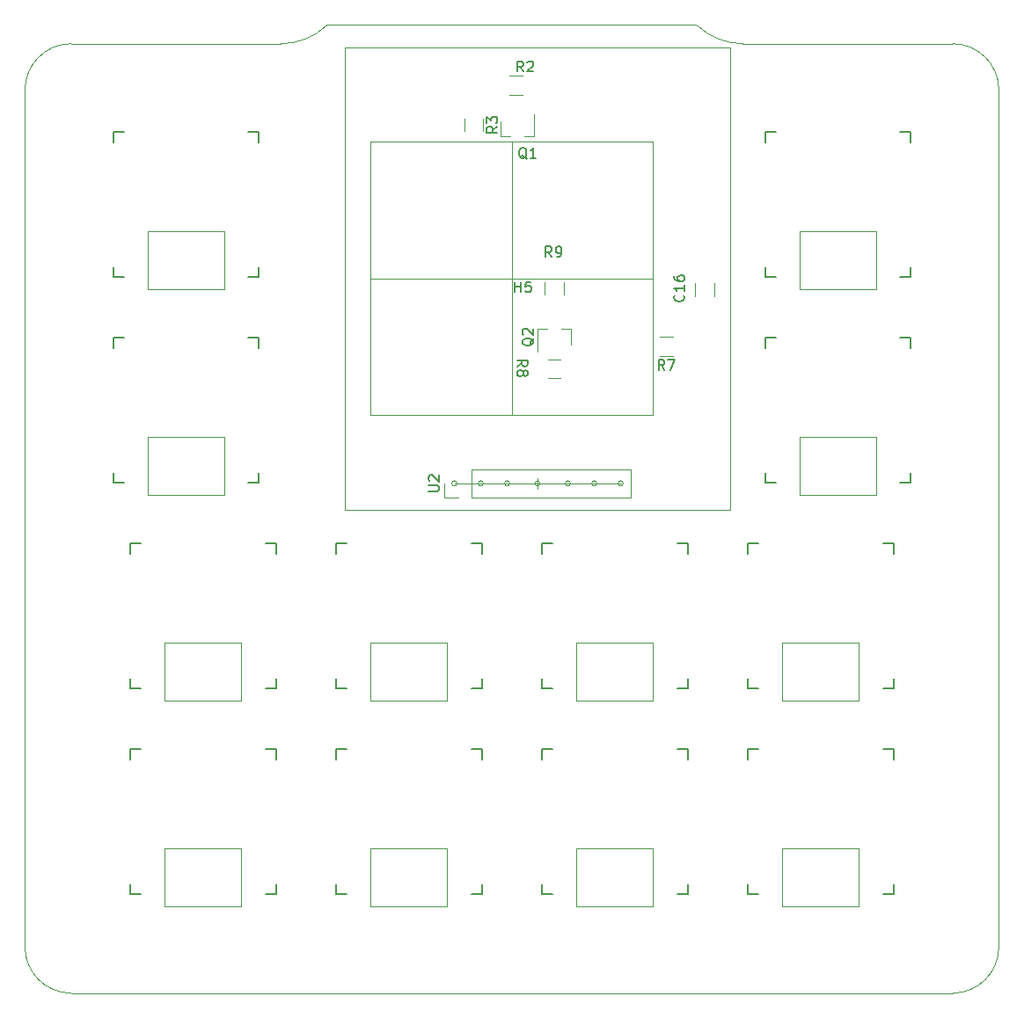
<source format=gbr>
G04 #@! TF.GenerationSoftware,KiCad,Pcbnew,(5.1.5)-3*
G04 #@! TF.CreationDate,2020-06-30T23:50:15-07:00*
G04 #@! TF.ProjectId,keypadV2,6b657970-6164-4563-922e-6b696361645f,rev?*
G04 #@! TF.SameCoordinates,Original*
G04 #@! TF.FileFunction,Legend,Top*
G04 #@! TF.FilePolarity,Positive*
%FSLAX46Y46*%
G04 Gerber Fmt 4.6, Leading zero omitted, Abs format (unit mm)*
G04 Created by KiCad (PCBNEW (5.1.5)-3) date 2020-06-30 23:50:15*
%MOMM*%
%LPD*%
G04 APERTURE LIST*
%ADD10C,0.050000*%
%ADD11C,0.120000*%
%ADD12C,0.150000*%
G04 APERTURE END LIST*
D10*
X154178000Y-69024500D02*
X154178000Y-63436500D01*
X146812000Y-69024500D02*
X154178000Y-69024500D01*
X154178000Y-63436500D02*
X146812000Y-63436500D01*
X146812000Y-63436500D02*
X146812000Y-69024500D01*
X154178000Y-88836500D02*
X154178000Y-83248500D01*
X146812000Y-88836500D02*
X154178000Y-88836500D01*
X154178000Y-83248500D02*
X146812000Y-83248500D01*
X146812000Y-83248500D02*
X146812000Y-88836500D01*
X155829000Y-108648500D02*
X155829000Y-103060500D01*
X148463000Y-108648500D02*
X155829000Y-108648500D01*
X155829000Y-103060500D02*
X148463000Y-103060500D01*
X148463000Y-103060500D02*
X148463000Y-108648500D01*
X155829000Y-128460500D02*
X155829000Y-122872500D01*
X148463000Y-128460500D02*
X155829000Y-128460500D01*
X155829000Y-122872500D02*
X148463000Y-122872500D01*
X148463000Y-122872500D02*
X148463000Y-128460500D01*
X175641000Y-128460500D02*
X175641000Y-122872500D01*
X168275000Y-128460500D02*
X175641000Y-128460500D01*
X175641000Y-122872500D02*
X168275000Y-122872500D01*
X168275000Y-122872500D02*
X168275000Y-128460500D01*
X175641000Y-108648500D02*
X175641000Y-103060500D01*
X168275000Y-108648500D02*
X175641000Y-108648500D01*
X175641000Y-103060500D02*
X168275000Y-103060500D01*
X168275000Y-103060500D02*
X168275000Y-108648500D01*
X195453000Y-108648500D02*
X195453000Y-103060500D01*
X188087000Y-108648500D02*
X195453000Y-108648500D01*
X195453000Y-103060500D02*
X188087000Y-103060500D01*
X188087000Y-103060500D02*
X188087000Y-108648500D01*
X195453000Y-128460500D02*
X195453000Y-122872500D01*
X188087000Y-128460500D02*
X195453000Y-128460500D01*
X195453000Y-122872500D02*
X188087000Y-122872500D01*
X188087000Y-122872500D02*
X188087000Y-128460500D01*
X215265000Y-128460500D02*
X215265000Y-122872500D01*
X207899000Y-128460500D02*
X215265000Y-128460500D01*
X215265000Y-122872500D02*
X207899000Y-122872500D01*
X207899000Y-122872500D02*
X207899000Y-128460500D01*
X215265000Y-108648500D02*
X215265000Y-103060500D01*
X207899000Y-108648500D02*
X215265000Y-108648500D01*
X215265000Y-103060500D02*
X207899000Y-103060500D01*
X207899000Y-103060500D02*
X207899000Y-108648500D01*
X216916000Y-83248500D02*
X209550000Y-83248500D01*
X209550000Y-88836500D02*
X216916000Y-88836500D01*
X216916000Y-88836500D02*
X216916000Y-83248500D01*
X209550000Y-83248500D02*
X209550000Y-88836500D01*
X216916000Y-69024500D02*
X216916000Y-63436500D01*
X209550000Y-69024500D02*
X216916000Y-69024500D01*
X209550000Y-63436500D02*
X209550000Y-69024500D01*
X216916000Y-63436500D02*
X209550000Y-63436500D01*
X224282000Y-45402500D02*
X204089000Y-45402500D01*
X199459533Y-43557442D02*
X164268467Y-43557442D01*
X199728941Y-43669034D02*
G75*
G03X204089000Y-45402500I4360059J4616534D01*
G01*
X199728941Y-43669034D02*
G75*
G03X199459533Y-43557442I-269408J-269408D01*
G01*
X163999059Y-43669034D02*
G75*
G02X164268467Y-43557442I269408J-269408D01*
G01*
X163999059Y-43669034D02*
G75*
G02X159639000Y-45402500I-4360059J4616534D01*
G01*
X139446000Y-45402500D02*
X159639000Y-45402500D01*
X135001000Y-49847500D02*
X135001000Y-132397500D01*
X224282000Y-136842500D02*
X139446000Y-136842500D01*
X228727000Y-49847500D02*
X228727000Y-132397500D01*
D11*
X135001000Y-49847500D02*
G75*
G02X139446000Y-45402500I4445000J0D01*
G01*
X224282000Y-45402500D02*
G75*
G02X228727000Y-49847500I0J-4445000D01*
G01*
X228727000Y-132397500D02*
G75*
G02X224282000Y-136842500I-4445000J0D01*
G01*
X139446000Y-136842500D02*
G75*
G02X135001000Y-132397500I0J4445000D01*
G01*
X195453000Y-54825900D02*
X168275000Y-54825900D01*
X195453000Y-81191100D02*
X168275000Y-81191100D01*
X181864000Y-81191100D02*
X181864000Y-54825900D01*
X168275000Y-81191100D02*
X168275000Y-54825900D01*
X192582800Y-87757000D02*
G75*
G03X192582800Y-87757000I-254000J0D01*
G01*
X165785800Y-90258900D02*
X165785800Y-45758100D01*
X202869800Y-90258900D02*
X165785800Y-90258900D01*
X176580800Y-87757000D02*
G75*
G03X176580800Y-87757000I-254000J0D01*
G01*
X202869800Y-90258900D02*
X202869800Y-45758100D01*
X202869800Y-45758100D02*
X165785800Y-45758100D01*
X195453000Y-81191100D02*
X195453000Y-54825900D01*
X184327800Y-90258900D02*
X184124600Y-90258900D01*
X195453000Y-68008500D02*
X168275000Y-68008500D01*
X176326800Y-87757000D02*
X178866800Y-87757000D01*
X192328800Y-87757000D02*
X189788800Y-87757000D01*
X190042800Y-87757000D02*
G75*
G03X190042800Y-87757000I-254000J0D01*
G01*
X179120800Y-87757000D02*
G75*
G03X179120800Y-87757000I-254000J0D01*
G01*
X181406800Y-87757000D02*
X178866800Y-87757000D01*
X187248800Y-87757000D02*
X189788800Y-87757000D01*
X184708800Y-87757000D02*
X187248800Y-87757000D01*
X181406800Y-87757000D02*
X183946800Y-87757000D01*
X181660800Y-87757000D02*
G75*
G03X181660800Y-87757000I-254000J0D01*
G01*
X187502800Y-87757000D02*
G75*
G03X187502800Y-87757000I-254000J0D01*
G01*
X184581800Y-87757000D02*
G75*
G03X184581800Y-87757000I-254000J0D01*
G01*
X184327800Y-87757000D02*
X184327800Y-87236300D01*
X184327800Y-87757000D02*
X184327800Y-88277700D01*
X184327800Y-87757000D02*
X184848500Y-87757000D01*
X184327800Y-87757000D02*
X183807100Y-87757000D01*
X199496000Y-69690064D02*
X199496000Y-68485936D01*
X201316000Y-69690064D02*
X201316000Y-68485936D01*
X180792000Y-54354000D02*
X181722000Y-54354000D01*
X183952000Y-54354000D02*
X183022000Y-54354000D01*
X183952000Y-54354000D02*
X183952000Y-52194000D01*
X180792000Y-54354000D02*
X180792000Y-52894000D01*
X182847064Y-50313000D02*
X181642936Y-50313000D01*
X182847064Y-48493000D02*
X181642936Y-48493000D01*
X177271000Y-52610936D02*
X177271000Y-53815064D01*
X179091000Y-52610936D02*
X179091000Y-53815064D01*
X175390500Y-89087000D02*
X175390500Y-87757000D01*
X176720500Y-89087000D02*
X175390500Y-89087000D01*
X177990500Y-89087000D02*
X177990500Y-86427000D01*
X177990500Y-86427000D02*
X193290500Y-86427000D01*
X177990500Y-89087000D02*
X193290500Y-89087000D01*
X193290500Y-89087000D02*
X193290500Y-86427000D01*
D12*
X143495000Y-54896500D02*
X143495000Y-53896500D01*
X143495000Y-67896500D02*
X144495000Y-67896500D01*
X144495000Y-53896500D02*
X143495000Y-53896500D01*
X143495000Y-67896500D02*
X143495000Y-66896500D01*
X157495000Y-66896500D02*
X157495000Y-67896500D01*
X157495000Y-53896500D02*
X156495000Y-53896500D01*
X156495000Y-67896500D02*
X157495000Y-67896500D01*
X157495000Y-53896500D02*
X157495000Y-54896500D01*
X157495000Y-73708500D02*
X157495000Y-74708500D01*
X156495000Y-87708500D02*
X157495000Y-87708500D01*
X157495000Y-73708500D02*
X156495000Y-73708500D01*
X157495000Y-86708500D02*
X157495000Y-87708500D01*
X143495000Y-87708500D02*
X143495000Y-86708500D01*
X144495000Y-73708500D02*
X143495000Y-73708500D01*
X143495000Y-87708500D02*
X144495000Y-87708500D01*
X143495000Y-74708500D02*
X143495000Y-73708500D01*
X206233000Y-74708500D02*
X206233000Y-73708500D01*
X206233000Y-87708500D02*
X207233000Y-87708500D01*
X207233000Y-73708500D02*
X206233000Y-73708500D01*
X206233000Y-87708500D02*
X206233000Y-86708500D01*
X220233000Y-86708500D02*
X220233000Y-87708500D01*
X220233000Y-73708500D02*
X219233000Y-73708500D01*
X219233000Y-87708500D02*
X220233000Y-87708500D01*
X220233000Y-73708500D02*
X220233000Y-74708500D01*
X220233000Y-53896500D02*
X220233000Y-54896500D01*
X219233000Y-67896500D02*
X220233000Y-67896500D01*
X220233000Y-53896500D02*
X219233000Y-53896500D01*
X220233000Y-66896500D02*
X220233000Y-67896500D01*
X206233000Y-67896500D02*
X206233000Y-66896500D01*
X207233000Y-53896500D02*
X206233000Y-53896500D01*
X206233000Y-67896500D02*
X207233000Y-67896500D01*
X206233000Y-54896500D02*
X206233000Y-53896500D01*
X145146000Y-94520500D02*
X145146000Y-93520500D01*
X145146000Y-107520500D02*
X146146000Y-107520500D01*
X146146000Y-93520500D02*
X145146000Y-93520500D01*
X145146000Y-107520500D02*
X145146000Y-106520500D01*
X159146000Y-106520500D02*
X159146000Y-107520500D01*
X159146000Y-93520500D02*
X158146000Y-93520500D01*
X158146000Y-107520500D02*
X159146000Y-107520500D01*
X159146000Y-93520500D02*
X159146000Y-94520500D01*
X164958000Y-94520500D02*
X164958000Y-93520500D01*
X164958000Y-107520500D02*
X165958000Y-107520500D01*
X165958000Y-93520500D02*
X164958000Y-93520500D01*
X164958000Y-107520500D02*
X164958000Y-106520500D01*
X178958000Y-106520500D02*
X178958000Y-107520500D01*
X178958000Y-93520500D02*
X177958000Y-93520500D01*
X177958000Y-107520500D02*
X178958000Y-107520500D01*
X178958000Y-93520500D02*
X178958000Y-94520500D01*
X198770000Y-93520500D02*
X198770000Y-94520500D01*
X197770000Y-107520500D02*
X198770000Y-107520500D01*
X198770000Y-93520500D02*
X197770000Y-93520500D01*
X198770000Y-106520500D02*
X198770000Y-107520500D01*
X184770000Y-107520500D02*
X184770000Y-106520500D01*
X185770000Y-93520500D02*
X184770000Y-93520500D01*
X184770000Y-107520500D02*
X185770000Y-107520500D01*
X184770000Y-94520500D02*
X184770000Y-93520500D01*
X204582000Y-94520500D02*
X204582000Y-93520500D01*
X204582000Y-107520500D02*
X205582000Y-107520500D01*
X205582000Y-93520500D02*
X204582000Y-93520500D01*
X204582000Y-107520500D02*
X204582000Y-106520500D01*
X218582000Y-106520500D02*
X218582000Y-107520500D01*
X218582000Y-93520500D02*
X217582000Y-93520500D01*
X217582000Y-107520500D02*
X218582000Y-107520500D01*
X218582000Y-93520500D02*
X218582000Y-94520500D01*
X159146000Y-113332500D02*
X159146000Y-114332500D01*
X158146000Y-127332500D02*
X159146000Y-127332500D01*
X159146000Y-113332500D02*
X158146000Y-113332500D01*
X159146000Y-126332500D02*
X159146000Y-127332500D01*
X145146000Y-127332500D02*
X145146000Y-126332500D01*
X146146000Y-113332500D02*
X145146000Y-113332500D01*
X145146000Y-127332500D02*
X146146000Y-127332500D01*
X145146000Y-114332500D02*
X145146000Y-113332500D01*
X178958000Y-113332500D02*
X178958000Y-114332500D01*
X177958000Y-127332500D02*
X178958000Y-127332500D01*
X178958000Y-113332500D02*
X177958000Y-113332500D01*
X178958000Y-126332500D02*
X178958000Y-127332500D01*
X164958000Y-127332500D02*
X164958000Y-126332500D01*
X165958000Y-113332500D02*
X164958000Y-113332500D01*
X164958000Y-127332500D02*
X165958000Y-127332500D01*
X164958000Y-114332500D02*
X164958000Y-113332500D01*
X184770000Y-114332500D02*
X184770000Y-113332500D01*
X184770000Y-127332500D02*
X185770000Y-127332500D01*
X185770000Y-113332500D02*
X184770000Y-113332500D01*
X184770000Y-127332500D02*
X184770000Y-126332500D01*
X198770000Y-126332500D02*
X198770000Y-127332500D01*
X198770000Y-113332500D02*
X197770000Y-113332500D01*
X197770000Y-127332500D02*
X198770000Y-127332500D01*
X198770000Y-113332500D02*
X198770000Y-114332500D01*
X218582000Y-113332500D02*
X218582000Y-114332500D01*
X217582000Y-127332500D02*
X218582000Y-127332500D01*
X218582000Y-113332500D02*
X217582000Y-113332500D01*
X218582000Y-126332500D02*
X218582000Y-127332500D01*
X204582000Y-127332500D02*
X204582000Y-126332500D01*
X205582000Y-113332500D02*
X204582000Y-113332500D01*
X204582000Y-127332500D02*
X205582000Y-127332500D01*
X204582000Y-114332500D02*
X204582000Y-113332500D01*
D11*
X187508000Y-72900000D02*
X186578000Y-72900000D01*
X184348000Y-72900000D02*
X185278000Y-72900000D01*
X184348000Y-72900000D02*
X184348000Y-75060000D01*
X187508000Y-72900000D02*
X187508000Y-74360000D01*
X197325064Y-75459000D02*
X196120936Y-75459000D01*
X197325064Y-73639000D02*
X196120936Y-73639000D01*
X185325936Y-75798000D02*
X186530064Y-75798000D01*
X185325936Y-77618000D02*
X186530064Y-77618000D01*
X185018000Y-68358936D02*
X185018000Y-69563064D01*
X186838000Y-68358936D02*
X186838000Y-69563064D01*
D12*
X182143495Y-69337180D02*
X182143495Y-68337180D01*
X182143495Y-68813371D02*
X182714923Y-68813371D01*
X182714923Y-69337180D02*
X182714923Y-68337180D01*
X183667304Y-68337180D02*
X183191114Y-68337180D01*
X183143495Y-68813371D01*
X183191114Y-68765752D01*
X183286352Y-68718133D01*
X183524447Y-68718133D01*
X183619685Y-68765752D01*
X183667304Y-68813371D01*
X183714923Y-68908609D01*
X183714923Y-69146704D01*
X183667304Y-69241942D01*
X183619685Y-69289561D01*
X183524447Y-69337180D01*
X183286352Y-69337180D01*
X183191114Y-69289561D01*
X183143495Y-69241942D01*
X198350142Y-69603857D02*
X198397761Y-69651476D01*
X198445380Y-69794333D01*
X198445380Y-69889571D01*
X198397761Y-70032428D01*
X198302523Y-70127666D01*
X198207285Y-70175285D01*
X198016809Y-70222904D01*
X197873952Y-70222904D01*
X197683476Y-70175285D01*
X197588238Y-70127666D01*
X197493000Y-70032428D01*
X197445380Y-69889571D01*
X197445380Y-69794333D01*
X197493000Y-69651476D01*
X197540619Y-69603857D01*
X198445380Y-68651476D02*
X198445380Y-69222904D01*
X198445380Y-68937190D02*
X197445380Y-68937190D01*
X197588238Y-69032428D01*
X197683476Y-69127666D01*
X197731095Y-69222904D01*
X197445380Y-67794333D02*
X197445380Y-67984809D01*
X197493000Y-68080047D01*
X197540619Y-68127666D01*
X197683476Y-68222904D01*
X197873952Y-68270523D01*
X198254904Y-68270523D01*
X198350142Y-68222904D01*
X198397761Y-68175285D01*
X198445380Y-68080047D01*
X198445380Y-67889571D01*
X198397761Y-67794333D01*
X198350142Y-67746714D01*
X198254904Y-67699095D01*
X198016809Y-67699095D01*
X197921571Y-67746714D01*
X197873952Y-67794333D01*
X197826333Y-67889571D01*
X197826333Y-68080047D01*
X197873952Y-68175285D01*
X197921571Y-68222904D01*
X198016809Y-68270523D01*
X183292761Y-56516519D02*
X183197523Y-56468900D01*
X183102285Y-56373661D01*
X182959428Y-56230804D01*
X182864190Y-56183185D01*
X182768952Y-56183185D01*
X182816571Y-56421280D02*
X182721333Y-56373661D01*
X182626095Y-56278423D01*
X182578476Y-56087947D01*
X182578476Y-55754614D01*
X182626095Y-55564138D01*
X182721333Y-55468900D01*
X182816571Y-55421280D01*
X183007047Y-55421280D01*
X183102285Y-55468900D01*
X183197523Y-55564138D01*
X183245142Y-55754614D01*
X183245142Y-56087947D01*
X183197523Y-56278423D01*
X183102285Y-56373661D01*
X183007047Y-56421280D01*
X182816571Y-56421280D01*
X184197523Y-56421280D02*
X183626095Y-56421280D01*
X183911809Y-56421280D02*
X183911809Y-55421280D01*
X183816571Y-55564138D01*
X183721333Y-55659376D01*
X183626095Y-55706995D01*
X182967333Y-48090080D02*
X182634000Y-47613890D01*
X182395904Y-48090080D02*
X182395904Y-47090080D01*
X182776857Y-47090080D01*
X182872095Y-47137700D01*
X182919714Y-47185319D01*
X182967333Y-47280557D01*
X182967333Y-47423414D01*
X182919714Y-47518652D01*
X182872095Y-47566271D01*
X182776857Y-47613890D01*
X182395904Y-47613890D01*
X183348285Y-47185319D02*
X183395904Y-47137700D01*
X183491142Y-47090080D01*
X183729238Y-47090080D01*
X183824476Y-47137700D01*
X183872095Y-47185319D01*
X183919714Y-47280557D01*
X183919714Y-47375795D01*
X183872095Y-47518652D01*
X183300666Y-48090080D01*
X183919714Y-48090080D01*
X180453380Y-53379666D02*
X179977190Y-53713000D01*
X180453380Y-53951095D02*
X179453380Y-53951095D01*
X179453380Y-53570142D01*
X179501000Y-53474904D01*
X179548619Y-53427285D01*
X179643857Y-53379666D01*
X179786714Y-53379666D01*
X179881952Y-53427285D01*
X179929571Y-53474904D01*
X179977190Y-53570142D01*
X179977190Y-53951095D01*
X179453380Y-53046333D02*
X179453380Y-52427285D01*
X179834333Y-52760619D01*
X179834333Y-52617761D01*
X179881952Y-52522523D01*
X179929571Y-52474904D01*
X180024809Y-52427285D01*
X180262904Y-52427285D01*
X180358142Y-52474904D01*
X180405761Y-52522523D01*
X180453380Y-52617761D01*
X180453380Y-52903476D01*
X180405761Y-52998714D01*
X180358142Y-53046333D01*
X173842880Y-88518904D02*
X174652404Y-88518904D01*
X174747642Y-88471285D01*
X174795261Y-88423666D01*
X174842880Y-88328428D01*
X174842880Y-88137952D01*
X174795261Y-88042714D01*
X174747642Y-87995095D01*
X174652404Y-87947476D01*
X173842880Y-87947476D01*
X173938119Y-87518904D02*
X173890500Y-87471285D01*
X173842880Y-87376047D01*
X173842880Y-87137952D01*
X173890500Y-87042714D01*
X173938119Y-86995095D01*
X174033357Y-86947476D01*
X174128595Y-86947476D01*
X174271452Y-86995095D01*
X174842880Y-87566523D01*
X174842880Y-86947476D01*
X183975619Y-73755238D02*
X183928000Y-73850476D01*
X183832761Y-73945714D01*
X183689904Y-74088571D01*
X183642285Y-74183809D01*
X183642285Y-74279047D01*
X183880380Y-74231428D02*
X183832761Y-74326666D01*
X183737523Y-74421904D01*
X183547047Y-74469523D01*
X183213714Y-74469523D01*
X183023238Y-74421904D01*
X182928000Y-74326666D01*
X182880380Y-74231428D01*
X182880380Y-74040952D01*
X182928000Y-73945714D01*
X183023238Y-73850476D01*
X183213714Y-73802857D01*
X183547047Y-73802857D01*
X183737523Y-73850476D01*
X183832761Y-73945714D01*
X183880380Y-74040952D01*
X183880380Y-74231428D01*
X182975619Y-73421904D02*
X182928000Y-73374285D01*
X182880380Y-73279047D01*
X182880380Y-73040952D01*
X182928000Y-72945714D01*
X182975619Y-72898095D01*
X183070857Y-72850476D01*
X183166095Y-72850476D01*
X183308952Y-72898095D01*
X183880380Y-73469523D01*
X183880380Y-72850476D01*
X196556333Y-76821380D02*
X196223000Y-76345190D01*
X195984904Y-76821380D02*
X195984904Y-75821380D01*
X196365857Y-75821380D01*
X196461095Y-75869000D01*
X196508714Y-75916619D01*
X196556333Y-76011857D01*
X196556333Y-76154714D01*
X196508714Y-76249952D01*
X196461095Y-76297571D01*
X196365857Y-76345190D01*
X195984904Y-76345190D01*
X196889666Y-75821380D02*
X197556333Y-75821380D01*
X197127761Y-76821380D01*
X182364119Y-76477833D02*
X182840309Y-76144500D01*
X182364119Y-75906404D02*
X183364119Y-75906404D01*
X183364119Y-76287357D01*
X183316500Y-76382595D01*
X183268880Y-76430214D01*
X183173642Y-76477833D01*
X183030785Y-76477833D01*
X182935547Y-76430214D01*
X182887928Y-76382595D01*
X182840309Y-76287357D01*
X182840309Y-75906404D01*
X182935547Y-77049261D02*
X182983166Y-76954023D01*
X183030785Y-76906404D01*
X183126023Y-76858785D01*
X183173642Y-76858785D01*
X183268880Y-76906404D01*
X183316500Y-76954023D01*
X183364119Y-77049261D01*
X183364119Y-77239738D01*
X183316500Y-77334976D01*
X183268880Y-77382595D01*
X183173642Y-77430214D01*
X183126023Y-77430214D01*
X183030785Y-77382595D01*
X182983166Y-77334976D01*
X182935547Y-77239738D01*
X182935547Y-77049261D01*
X182887928Y-76954023D01*
X182840309Y-76906404D01*
X182745071Y-76858785D01*
X182554595Y-76858785D01*
X182459357Y-76906404D01*
X182411738Y-76954023D01*
X182364119Y-77049261D01*
X182364119Y-77239738D01*
X182411738Y-77334976D01*
X182459357Y-77382595D01*
X182554595Y-77430214D01*
X182745071Y-77430214D01*
X182840309Y-77382595D01*
X182887928Y-77334976D01*
X182935547Y-77239738D01*
X185697833Y-65933580D02*
X185364500Y-65457390D01*
X185126404Y-65933580D02*
X185126404Y-64933580D01*
X185507357Y-64933580D01*
X185602595Y-64981200D01*
X185650214Y-65028819D01*
X185697833Y-65124057D01*
X185697833Y-65266914D01*
X185650214Y-65362152D01*
X185602595Y-65409771D01*
X185507357Y-65457390D01*
X185126404Y-65457390D01*
X186174023Y-65933580D02*
X186364500Y-65933580D01*
X186459738Y-65885961D01*
X186507357Y-65838342D01*
X186602595Y-65695485D01*
X186650214Y-65505009D01*
X186650214Y-65124057D01*
X186602595Y-65028819D01*
X186554976Y-64981200D01*
X186459738Y-64933580D01*
X186269261Y-64933580D01*
X186174023Y-64981200D01*
X186126404Y-65028819D01*
X186078785Y-65124057D01*
X186078785Y-65362152D01*
X186126404Y-65457390D01*
X186174023Y-65505009D01*
X186269261Y-65552628D01*
X186459738Y-65552628D01*
X186554976Y-65505009D01*
X186602595Y-65457390D01*
X186650214Y-65362152D01*
M02*

</source>
